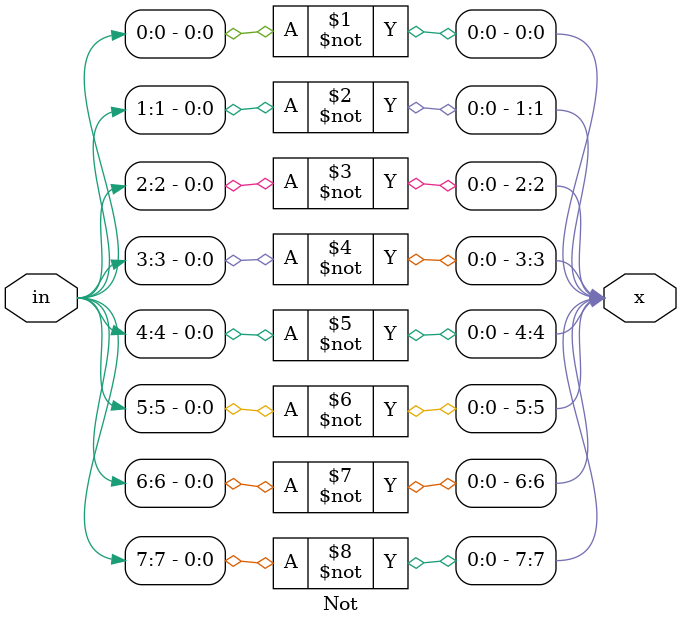
<source format=v>
`timescale 1ns / 1ps
module Not(in, x);
	input wire [7:0] in;
	output wire [7:0] x;

	assign x[0] = ~in[0];
	assign x[1] = ~in[1];
	assign x[2] = ~in[2];
	assign x[3] = ~in[3];
	assign x[4] = ~in[4];
	assign x[5] = ~in[5];
	assign x[6] = ~in[6];
	assign x[7] = ~in[7];
	
	
endmodule

</source>
